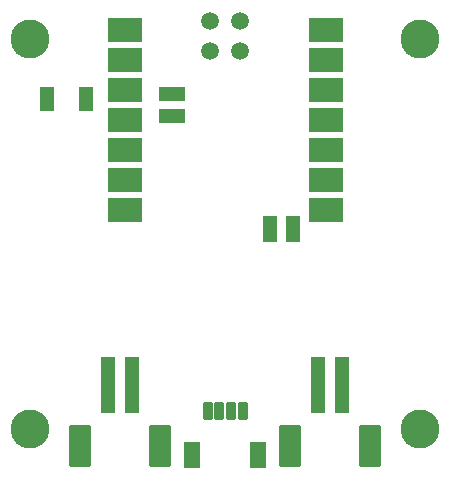
<source format=gts>
G04 #@! TF.GenerationSoftware,KiCad,Pcbnew,7.0.11-2.fc39*
G04 #@! TF.CreationDate,2024-03-24T03:41:50+08:00*
G04 #@! TF.ProjectId,ikoka-nano-meshtastic-device,696b6f6b-612d-46e6-916e-6f2d6d657368,1.1*
G04 #@! TF.SameCoordinates,Original*
G04 #@! TF.FileFunction,Soldermask,Top*
G04 #@! TF.FilePolarity,Negative*
%FSLAX46Y46*%
G04 Gerber Fmt 4.6, Leading zero omitted, Abs format (unit mm)*
G04 Created by KiCad (PCBNEW 7.0.11-2.fc39) date 2024-03-24 03:41:50*
%MOMM*%
%LPD*%
G01*
G04 APERTURE LIST*
G04 Aperture macros list*
%AMRoundRect*
0 Rectangle with rounded corners*
0 $1 Rounding radius*
0 $2 $3 $4 $5 $6 $7 $8 $9 X,Y pos of 4 corners*
0 Add a 4 corners polygon primitive as box body*
4,1,4,$2,$3,$4,$5,$6,$7,$8,$9,$2,$3,0*
0 Add four circle primitives for the rounded corners*
1,1,$1+$1,$2,$3*
1,1,$1+$1,$4,$5*
1,1,$1+$1,$6,$7*
1,1,$1+$1,$8,$9*
0 Add four rect primitives between the rounded corners*
20,1,$1+$1,$2,$3,$4,$5,0*
20,1,$1+$1,$4,$5,$6,$7,0*
20,1,$1+$1,$6,$7,$8,$9,0*
20,1,$1+$1,$8,$9,$2,$3,0*%
G04 Aperture macros list end*
%ADD10R,1.270000X2.032000*%
%ADD11RoundRect,0.101600X0.500000X2.300000X-0.500000X2.300000X-0.500000X-2.300000X0.500000X-2.300000X0*%
%ADD12RoundRect,0.101600X-0.800000X1.700000X-0.800000X-1.700000X0.800000X-1.700000X0.800000X1.700000X0*%
%ADD13C,3.302000*%
%ADD14R,3.000000X2.000000*%
%ADD15C,1.500000*%
%ADD16R,1.300000X2.300000*%
%ADD17R,2.300000X1.300000*%
%ADD18RoundRect,0.101600X-0.300000X-0.675000X0.300000X-0.675000X0.300000X0.675000X-0.300000X0.675000X0*%
%ADD19RoundRect,0.101600X-0.600000X-1.000000X0.600000X-1.000000X0.600000X1.000000X-0.600000X1.000000X0*%
G04 APERTURE END LIST*
D10*
X137287000Y-90170000D03*
X140589000Y-90170000D03*
D11*
X144510000Y-114410000D03*
X142510000Y-114410000D03*
D12*
X146910000Y-119610000D03*
X140110000Y-119610000D03*
D11*
X162290000Y-114410000D03*
X160290000Y-114410000D03*
D12*
X164690000Y-119610000D03*
X157890000Y-119610000D03*
D13*
X168910000Y-118110000D03*
X135890000Y-85090000D03*
X168910000Y-85090000D03*
X135890000Y-118110000D03*
D14*
X143900000Y-84328000D03*
X143900000Y-86868000D03*
X143900000Y-89408000D03*
X143900000Y-91948000D03*
X143900000Y-94488000D03*
X143900000Y-97028000D03*
X143900000Y-99568000D03*
X160900000Y-99568000D03*
X160900000Y-97028000D03*
X160900000Y-94488000D03*
X160900000Y-91948000D03*
X160900000Y-89408000D03*
X160900000Y-86868000D03*
X160900000Y-84328000D03*
D15*
X151130000Y-83558000D03*
X153670000Y-83558000D03*
X151130000Y-86098000D03*
X153670000Y-86098000D03*
D16*
X156200000Y-101198000D03*
X158100000Y-101198000D03*
D17*
X147900000Y-89748000D03*
X147900000Y-91648000D03*
D18*
X150900000Y-116629000D03*
X151900000Y-116629000D03*
X152900000Y-116629000D03*
X153900000Y-116629000D03*
D19*
X155200000Y-120304000D03*
X149600000Y-120304000D03*
M02*

</source>
